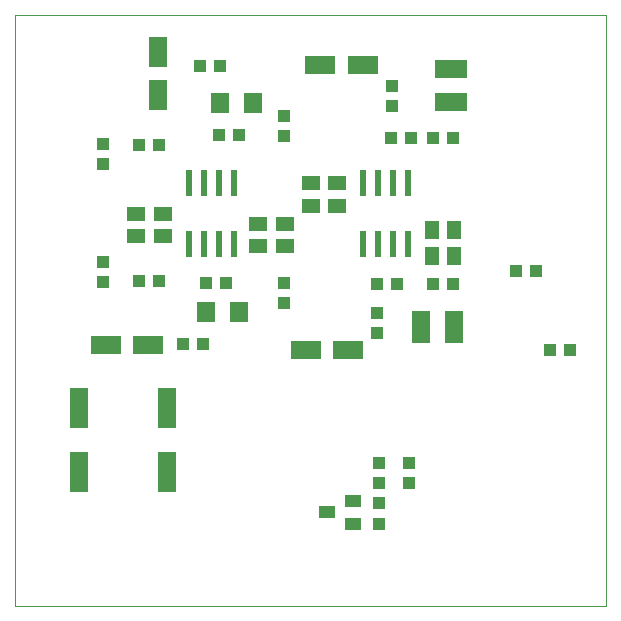
<source format=gtp>
G75*
%MOIN*%
%OFA0B0*%
%FSLAX25Y25*%
%IPPOS*%
%LPD*%
%AMOC8*
5,1,8,0,0,1.08239X$1,22.5*
%
%ADD10C,0.00394*%
%ADD11R,0.02362X0.08661*%
%ADD12R,0.03937X0.04331*%
%ADD13R,0.04331X0.03937*%
%ADD14R,0.06299X0.07087*%
%ADD15R,0.10630X0.06299*%
%ADD16R,0.06299X0.10236*%
%ADD17R,0.10236X0.06299*%
%ADD18R,0.06299X0.13780*%
%ADD19R,0.05906X0.05118*%
%ADD20R,0.05118X0.05906*%
%ADD21R,0.06299X0.10630*%
%ADD22R,0.05512X0.03937*%
D10*
X0001800Y0001800D02*
X0001800Y0198650D01*
X0198650Y0198650D01*
X0198650Y0001800D01*
X0001800Y0001800D01*
D11*
X0059654Y0122272D03*
X0064654Y0122272D03*
X0069654Y0122272D03*
X0074654Y0122272D03*
X0074654Y0142745D03*
X0069654Y0142745D03*
X0064654Y0142745D03*
X0059654Y0142745D03*
X0117528Y0142745D03*
X0122528Y0142745D03*
X0127528Y0142745D03*
X0132528Y0142745D03*
X0132528Y0122272D03*
X0127528Y0122272D03*
X0122528Y0122272D03*
X0117528Y0122272D03*
D12*
X0122233Y0108926D03*
X0128926Y0108926D03*
X0140973Y0108887D03*
X0147666Y0108887D03*
X0168690Y0113375D03*
X0175383Y0113375D03*
X0179910Y0086879D03*
X0186603Y0086879D03*
X0123060Y0049241D03*
X0123060Y0042548D03*
X0064477Y0089044D03*
X0057784Y0089044D03*
X0065343Y0109320D03*
X0072036Y0109320D03*
X0049635Y0110068D03*
X0042942Y0110068D03*
X0042942Y0155343D03*
X0049635Y0155343D03*
X0069556Y0158532D03*
X0076249Y0158532D03*
X0069950Y0181564D03*
X0063257Y0181564D03*
X0127036Y0157745D03*
X0133729Y0157745D03*
X0140973Y0157706D03*
X0147666Y0157706D03*
D13*
X0127233Y0168296D03*
X0127233Y0174989D03*
X0091170Y0164989D03*
X0091170Y0158296D03*
X0091170Y0109477D03*
X0091170Y0102784D03*
X0122430Y0099359D03*
X0122430Y0092666D03*
X0132902Y0049241D03*
X0132902Y0042548D03*
X0123060Y0035855D03*
X0123060Y0029162D03*
X0030973Y0109792D03*
X0030973Y0116485D03*
X0030934Y0148847D03*
X0030934Y0155540D03*
D14*
X0070068Y0169477D03*
X0081091Y0169477D03*
X0076446Y0099792D03*
X0065422Y0099792D03*
D15*
X0147076Y0169517D03*
X0147076Y0180540D03*
D16*
X0049438Y0186170D03*
X0049438Y0171997D03*
D17*
X0103454Y0182115D03*
X0117627Y0182115D03*
X0046052Y0088690D03*
X0031879Y0088690D03*
X0098650Y0086839D03*
X0112824Y0086839D03*
D18*
X0052312Y0067666D03*
X0052312Y0046406D03*
X0022942Y0046328D03*
X0022942Y0067587D03*
D19*
X0042076Y0124910D03*
X0042076Y0132391D03*
X0050894Y0132391D03*
X0050894Y0124910D03*
X0082509Y0121682D03*
X0082509Y0129162D03*
X0091524Y0129162D03*
X0091524Y0121682D03*
X0100225Y0135068D03*
X0100225Y0142548D03*
X0108887Y0142548D03*
X0108887Y0135068D03*
D20*
X0140580Y0126997D03*
X0148060Y0126997D03*
X0148060Y0118335D03*
X0140580Y0118335D03*
D21*
X0136839Y0094713D03*
X0147863Y0094713D03*
D22*
X0114398Y0036643D03*
X0114398Y0029162D03*
X0105737Y0032902D03*
M02*

</source>
